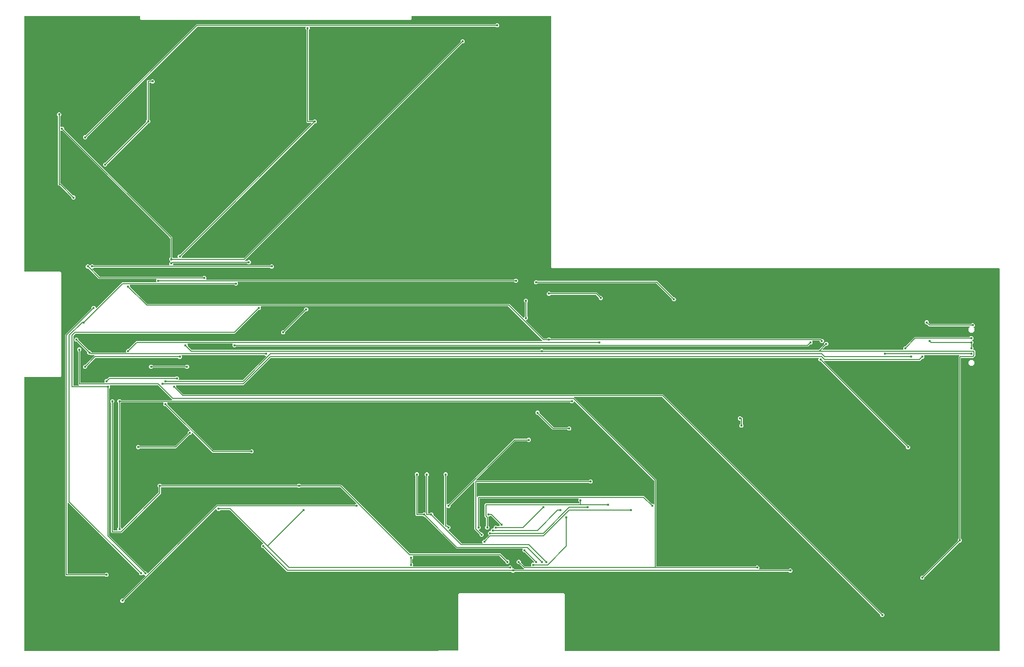
<source format=gbr>
G04 EAGLE Gerber RS-274X export*
G75*
%MOMM*%
%FSLAX34Y34*%
%LPD*%
%INBottom Copper*%
%IPPOS*%
%AMOC8*
5,1,8,0,0,1.08239X$1,22.5*%
G01*
G04 Define Apertures*
%ADD10C,0.150000*%
%ADD11C,0.452400*%
G36*
X721976Y2060D02*
X721678Y2000D01*
X2762Y2000D01*
X2487Y2051D01*
X2232Y2215D01*
X2060Y2465D01*
X2000Y2762D01*
X2000Y479076D01*
X2051Y479351D01*
X2215Y479606D01*
X2465Y479778D01*
X2762Y479838D01*
X64644Y479838D01*
X66262Y481456D01*
X66262Y661544D01*
X64644Y663162D01*
X2762Y663162D01*
X2487Y663213D01*
X2232Y663377D01*
X2060Y663627D01*
X2000Y663924D01*
X2000Y1108476D01*
X2051Y1108751D01*
X2215Y1109006D01*
X2465Y1109178D01*
X2762Y1109238D01*
X202565Y1109238D01*
X202840Y1109187D01*
X203095Y1109023D01*
X203267Y1108773D01*
X203327Y1108476D01*
X203327Y1103756D01*
X204945Y1102138D01*
X673949Y1102138D01*
X675567Y1103756D01*
X675567Y1108476D01*
X675618Y1108751D01*
X675782Y1109006D01*
X676032Y1109178D01*
X676329Y1109238D01*
X918476Y1109238D01*
X918751Y1109187D01*
X919006Y1109023D01*
X919178Y1108773D01*
X919238Y1108476D01*
X919238Y670856D01*
X920856Y669238D01*
X1698476Y669238D01*
X1698751Y669187D01*
X1699006Y669023D01*
X1699178Y668773D01*
X1699238Y668476D01*
X1699238Y2762D01*
X1699187Y2487D01*
X1699023Y2232D01*
X1698773Y2060D01*
X1698476Y2000D01*
X943324Y2000D01*
X943049Y2051D01*
X942794Y2215D01*
X942622Y2465D01*
X942562Y2762D01*
X942562Y101144D01*
X940944Y102762D01*
X758656Y102762D01*
X757038Y101144D01*
X757038Y3524D01*
X756987Y3249D01*
X756823Y2994D01*
X756573Y2822D01*
X756276Y2762D01*
X722756Y2762D01*
X722217Y2223D01*
X721976Y2060D01*
G37*
%LPC*%
G36*
X1493537Y61468D02*
X1496463Y61468D01*
X1498532Y63537D01*
X1498532Y66463D01*
X1496463Y68532D01*
X1494640Y68532D01*
X1494354Y68588D01*
X1494102Y68755D01*
X1113337Y449520D01*
X278652Y449520D01*
X278366Y449576D01*
X278114Y449743D01*
X266255Y461602D01*
X266092Y461843D01*
X266032Y462140D01*
X266032Y463963D01*
X265816Y464179D01*
X265663Y464399D01*
X265593Y464694D01*
X265644Y464993D01*
X265807Y465248D01*
X266057Y465420D01*
X266355Y465480D01*
X383337Y465480D01*
X430614Y512757D01*
X430855Y512920D01*
X431152Y512980D01*
X1383645Y512980D01*
X1383909Y512933D01*
X1384167Y512774D01*
X1384342Y512526D01*
X1384407Y512230D01*
X1384352Y511932D01*
X1384184Y511679D01*
X1383968Y511463D01*
X1383968Y508537D01*
X1386037Y506468D01*
X1387860Y506468D01*
X1388146Y506412D01*
X1388398Y506245D01*
X1536245Y358398D01*
X1536408Y358157D01*
X1536468Y357860D01*
X1536468Y356037D01*
X1538537Y353968D01*
X1541463Y353968D01*
X1543532Y356037D01*
X1543532Y358963D01*
X1541463Y361032D01*
X1539640Y361032D01*
X1539354Y361088D01*
X1539102Y361255D01*
X1393678Y506679D01*
X1393525Y506899D01*
X1393455Y507194D01*
X1393506Y507493D01*
X1393669Y507748D01*
X1393919Y507920D01*
X1394216Y507980D01*
X1560837Y507980D01*
X1564102Y511245D01*
X1564343Y511408D01*
X1564640Y511468D01*
X1566463Y511468D01*
X1568532Y513537D01*
X1568532Y516463D01*
X1568316Y516679D01*
X1568163Y516899D01*
X1568093Y517194D01*
X1568144Y517493D01*
X1568307Y517748D01*
X1568557Y517920D01*
X1568855Y517980D01*
X1628284Y517980D01*
X1628547Y517933D01*
X1628805Y517774D01*
X1628980Y517526D01*
X1629046Y517230D01*
X1628990Y516932D01*
X1628822Y516679D01*
X1627980Y515837D01*
X1627980Y198291D01*
X1627924Y198005D01*
X1627757Y197752D01*
X1626468Y196463D01*
X1626468Y194640D01*
X1626412Y194354D01*
X1626245Y194102D01*
X1565898Y133755D01*
X1565657Y133592D01*
X1565360Y133532D01*
X1563537Y133532D01*
X1561468Y131463D01*
X1561468Y128537D01*
X1563537Y126468D01*
X1566463Y126468D01*
X1568532Y128537D01*
X1568532Y130360D01*
X1568588Y130646D01*
X1568755Y130898D01*
X1629102Y191245D01*
X1629343Y191408D01*
X1629640Y191468D01*
X1631463Y191468D01*
X1633532Y193537D01*
X1633532Y196463D01*
X1632243Y197752D01*
X1632080Y197993D01*
X1632020Y198291D01*
X1632020Y512218D01*
X1632071Y512493D01*
X1632235Y512748D01*
X1632485Y512920D01*
X1632782Y512980D01*
X1653337Y512980D01*
X1657020Y516663D01*
X1657020Y525837D01*
X1655837Y527020D01*
X1653855Y527020D01*
X1653591Y527067D01*
X1653333Y527226D01*
X1653158Y527474D01*
X1653093Y527770D01*
X1653148Y528068D01*
X1653316Y528321D01*
X1653532Y528537D01*
X1653532Y531463D01*
X1652243Y532752D01*
X1652080Y532993D01*
X1652020Y533291D01*
X1652020Y536709D01*
X1652076Y536995D01*
X1652243Y537248D01*
X1653532Y538537D01*
X1653532Y541463D01*
X1651784Y543211D01*
X1651626Y543442D01*
X1651561Y543738D01*
X1651616Y544036D01*
X1651784Y544289D01*
X1653532Y546037D01*
X1653532Y548963D01*
X1651463Y551032D01*
X1648537Y551032D01*
X1647248Y549743D01*
X1647007Y549580D01*
X1646709Y549520D01*
X1551663Y549520D01*
X1535898Y533755D01*
X1535657Y533592D01*
X1535360Y533532D01*
X1533537Y533532D01*
X1531468Y531463D01*
X1531468Y528537D01*
X1531684Y528321D01*
X1531837Y528101D01*
X1531907Y527806D01*
X1531856Y527507D01*
X1531693Y527252D01*
X1531443Y527080D01*
X1531145Y527020D01*
X1391716Y527020D01*
X1391453Y527067D01*
X1391195Y527226D01*
X1391020Y527474D01*
X1390954Y527770D01*
X1391010Y528068D01*
X1391178Y528321D01*
X1396602Y533745D01*
X1396843Y533908D01*
X1397140Y533968D01*
X1398963Y533968D01*
X1401032Y536037D01*
X1401032Y538963D01*
X1398963Y541032D01*
X1396037Y541032D01*
X1393968Y538963D01*
X1393968Y537140D01*
X1393912Y536854D01*
X1393745Y536602D01*
X1384386Y527243D01*
X1384145Y527080D01*
X1383848Y527020D01*
X905791Y527020D01*
X905505Y527076D01*
X905252Y527243D01*
X903963Y528532D01*
X901037Y528532D01*
X899748Y527243D01*
X899507Y527080D01*
X899209Y527020D01*
X293652Y527020D01*
X293366Y527076D01*
X293114Y527243D01*
X286255Y534102D01*
X286092Y534343D01*
X286032Y534640D01*
X286032Y536463D01*
X285816Y536679D01*
X285663Y536899D01*
X285593Y537194D01*
X285644Y537493D01*
X285807Y537748D01*
X286057Y537920D01*
X286355Y537980D01*
X363645Y537980D01*
X363909Y537933D01*
X364167Y537774D01*
X364342Y537526D01*
X364407Y537230D01*
X364352Y536932D01*
X364184Y536679D01*
X363968Y536463D01*
X363968Y533537D01*
X366037Y531468D01*
X368963Y531468D01*
X370252Y532757D01*
X370493Y532920D01*
X370791Y532980D01*
X1365837Y532980D01*
X1369102Y536245D01*
X1369343Y536408D01*
X1369640Y536468D01*
X1371463Y536468D01*
X1373532Y538537D01*
X1373532Y541463D01*
X1373316Y541679D01*
X1373163Y541899D01*
X1373093Y542194D01*
X1373144Y542493D01*
X1373307Y542748D01*
X1373557Y542920D01*
X1373855Y542980D01*
X1385706Y542980D01*
X1385981Y542929D01*
X1386236Y542765D01*
X1386408Y542515D01*
X1386468Y542218D01*
X1386468Y541037D01*
X1388537Y538968D01*
X1391463Y538968D01*
X1393532Y541037D01*
X1393532Y543963D01*
X1391463Y546032D01*
X1389640Y546032D01*
X1389354Y546088D01*
X1389102Y546255D01*
X1388337Y547020D01*
X918291Y547020D01*
X918005Y547076D01*
X917752Y547243D01*
X916463Y548532D01*
X913537Y548532D01*
X912248Y547243D01*
X912007Y547080D01*
X911709Y547020D01*
X906152Y547020D01*
X905866Y547076D01*
X905614Y547243D01*
X875190Y577667D01*
X875037Y577887D01*
X874967Y578182D01*
X875018Y578481D01*
X875181Y578736D01*
X875431Y578908D01*
X875728Y578968D01*
X876463Y578968D01*
X878532Y581037D01*
X878532Y583963D01*
X877243Y585252D01*
X877080Y585493D01*
X877020Y585791D01*
X877020Y609209D01*
X877076Y609495D01*
X877243Y609748D01*
X878532Y611037D01*
X878532Y613963D01*
X876463Y616032D01*
X873537Y616032D01*
X871468Y613963D01*
X871468Y611037D01*
X872757Y609748D01*
X872920Y609507D01*
X872980Y609209D01*
X872980Y585791D01*
X872924Y585505D01*
X872757Y585252D01*
X871468Y583963D01*
X871468Y583228D01*
X871421Y582965D01*
X871262Y582707D01*
X871014Y582532D01*
X870718Y582466D01*
X870420Y582522D01*
X870167Y582690D01*
X845837Y607020D01*
X216152Y607020D01*
X215866Y607076D01*
X215614Y607243D01*
X186255Y636602D01*
X186092Y636843D01*
X186032Y637140D01*
X186032Y638963D01*
X185816Y639179D01*
X185663Y639399D01*
X185593Y639694D01*
X185644Y639993D01*
X185807Y640248D01*
X186057Y640420D01*
X186355Y640480D01*
X366709Y640480D01*
X366995Y640424D01*
X367248Y640257D01*
X368537Y638968D01*
X371463Y638968D01*
X373532Y641037D01*
X373532Y643963D01*
X373316Y644179D01*
X373163Y644399D01*
X373093Y644694D01*
X373144Y644993D01*
X373307Y645248D01*
X373557Y645420D01*
X373855Y645480D01*
X854209Y645480D01*
X854495Y645424D01*
X854748Y645257D01*
X856037Y643968D01*
X858963Y643968D01*
X861032Y646037D01*
X861032Y648963D01*
X858963Y651032D01*
X856037Y651032D01*
X854748Y649743D01*
X854507Y649580D01*
X854209Y649520D01*
X318855Y649520D01*
X318591Y649567D01*
X318333Y649726D01*
X318158Y649974D01*
X318093Y650270D01*
X318148Y650568D01*
X318316Y650821D01*
X318532Y651037D01*
X318532Y653963D01*
X316463Y656032D01*
X313537Y656032D01*
X312248Y654743D01*
X312007Y654580D01*
X311709Y654520D01*
X133652Y654520D01*
X133366Y654576D01*
X133114Y654743D01*
X120190Y667667D01*
X120037Y667887D01*
X119967Y668182D01*
X120018Y668481D01*
X120181Y668736D01*
X120431Y668908D01*
X120728Y668968D01*
X121463Y668968D01*
X122752Y670257D01*
X122993Y670420D01*
X123291Y670480D01*
X429209Y670480D01*
X429495Y670424D01*
X429748Y670257D01*
X431037Y668968D01*
X433963Y668968D01*
X436032Y671037D01*
X436032Y673963D01*
X433963Y676032D01*
X431037Y676032D01*
X429748Y674743D01*
X429507Y674580D01*
X429209Y674520D01*
X261355Y674520D01*
X261091Y674567D01*
X260833Y674726D01*
X260658Y674974D01*
X260593Y675270D01*
X260648Y675568D01*
X260816Y675821D01*
X261032Y676037D01*
X261032Y677218D01*
X261083Y677493D01*
X261247Y677748D01*
X261497Y677920D01*
X261794Y677980D01*
X389209Y677980D01*
X389495Y677924D01*
X389748Y677757D01*
X391037Y676468D01*
X393963Y676468D01*
X396032Y678537D01*
X396032Y681463D01*
X393963Y683532D01*
X391037Y683532D01*
X389748Y682243D01*
X389507Y682080D01*
X389209Y682020D01*
X386716Y682020D01*
X386453Y682067D01*
X386195Y682226D01*
X386020Y682474D01*
X385954Y682770D01*
X386010Y683068D01*
X386178Y683321D01*
X764102Y1061245D01*
X764343Y1061408D01*
X764640Y1061468D01*
X766463Y1061468D01*
X768532Y1063537D01*
X768532Y1066463D01*
X766463Y1068532D01*
X763537Y1068532D01*
X761468Y1066463D01*
X761468Y1064640D01*
X761412Y1064354D01*
X761245Y1064102D01*
X384386Y687243D01*
X384145Y687080D01*
X383848Y687020D01*
X276355Y687020D01*
X276091Y687067D01*
X275833Y687226D01*
X275658Y687474D01*
X275593Y687770D01*
X275648Y688068D01*
X275816Y688321D01*
X276032Y688537D01*
X276032Y690360D01*
X276088Y690646D01*
X276255Y690898D01*
X506602Y921245D01*
X506843Y921408D01*
X507140Y921468D01*
X508963Y921468D01*
X511032Y923537D01*
X511032Y926463D01*
X508963Y928532D01*
X506037Y928532D01*
X504748Y927243D01*
X504507Y927080D01*
X504209Y927020D01*
X497782Y927020D01*
X497507Y927071D01*
X497252Y927235D01*
X497080Y927485D01*
X497020Y927782D01*
X497020Y1084209D01*
X497076Y1084495D01*
X497243Y1084748D01*
X498532Y1086037D01*
X498532Y1088963D01*
X498316Y1089179D01*
X498163Y1089399D01*
X498093Y1089694D01*
X498144Y1089993D01*
X498307Y1090248D01*
X498557Y1090420D01*
X498855Y1090480D01*
X821709Y1090480D01*
X821995Y1090424D01*
X822248Y1090257D01*
X823537Y1088968D01*
X826463Y1088968D01*
X828532Y1091037D01*
X828532Y1093963D01*
X826463Y1096032D01*
X823537Y1096032D01*
X822248Y1094743D01*
X822007Y1094580D01*
X821709Y1094520D01*
X301663Y1094520D01*
X108398Y901255D01*
X108157Y901092D01*
X107860Y901032D01*
X106037Y901032D01*
X103968Y898963D01*
X103968Y896037D01*
X106037Y893968D01*
X108963Y893968D01*
X111032Y896037D01*
X111032Y897860D01*
X111088Y898146D01*
X111255Y898398D01*
X303114Y1090257D01*
X303355Y1090420D01*
X303652Y1090480D01*
X491145Y1090480D01*
X491409Y1090433D01*
X491667Y1090274D01*
X491842Y1090026D01*
X491907Y1089730D01*
X491852Y1089432D01*
X491684Y1089179D01*
X491468Y1088963D01*
X491468Y1086037D01*
X492757Y1084748D01*
X492920Y1084507D01*
X492980Y1084209D01*
X492980Y924163D01*
X494163Y922980D01*
X500784Y922980D01*
X501047Y922933D01*
X501305Y922774D01*
X501480Y922526D01*
X501546Y922230D01*
X501490Y921932D01*
X501322Y921679D01*
X273398Y693755D01*
X273157Y693592D01*
X272860Y693532D01*
X271037Y693532D01*
X268968Y691463D01*
X268968Y688537D01*
X269184Y688321D01*
X269337Y688101D01*
X269407Y687806D01*
X269356Y687507D01*
X269193Y687252D01*
X268943Y687080D01*
X268645Y687020D01*
X260791Y687020D01*
X260505Y687076D01*
X260252Y687243D01*
X259743Y687752D01*
X259580Y687993D01*
X259520Y688291D01*
X259520Y723337D01*
X71255Y911602D01*
X71092Y911843D01*
X71032Y912140D01*
X71032Y913963D01*
X68963Y916032D01*
X66037Y916032D01*
X65821Y915816D01*
X65601Y915663D01*
X65306Y915593D01*
X65007Y915644D01*
X64752Y915807D01*
X64580Y916057D01*
X64520Y916355D01*
X64520Y934209D01*
X64576Y934495D01*
X64743Y934748D01*
X66032Y936037D01*
X66032Y938963D01*
X63963Y941032D01*
X61037Y941032D01*
X58968Y938963D01*
X58968Y936037D01*
X60257Y934748D01*
X60420Y934507D01*
X60480Y934209D01*
X60480Y814163D01*
X61663Y812980D01*
X63848Y812980D01*
X64134Y812924D01*
X64386Y812757D01*
X83745Y793398D01*
X83908Y793157D01*
X83968Y792860D01*
X83968Y791037D01*
X86037Y788968D01*
X88963Y788968D01*
X91032Y791037D01*
X91032Y793963D01*
X88963Y796032D01*
X87140Y796032D01*
X86854Y796088D01*
X86602Y796255D01*
X65837Y817020D01*
X65282Y817020D01*
X65007Y817071D01*
X64752Y817235D01*
X64580Y817485D01*
X64520Y817782D01*
X64520Y908645D01*
X64567Y908909D01*
X64726Y909167D01*
X64974Y909342D01*
X65270Y909407D01*
X65568Y909352D01*
X65821Y909184D01*
X66037Y908968D01*
X67860Y908968D01*
X68146Y908912D01*
X68398Y908745D01*
X255257Y721886D01*
X255420Y721645D01*
X255480Y721348D01*
X255480Y688291D01*
X255424Y688005D01*
X255257Y687752D01*
X253968Y686463D01*
X253968Y683537D01*
X255716Y681789D01*
X255874Y681558D01*
X255939Y681262D01*
X255884Y680964D01*
X255716Y680711D01*
X253968Y678963D01*
X253968Y676037D01*
X254184Y675821D01*
X254337Y675601D01*
X254407Y675306D01*
X254356Y675007D01*
X254193Y674752D01*
X253943Y674580D01*
X253645Y674520D01*
X123291Y674520D01*
X123005Y674576D01*
X122752Y674743D01*
X121463Y676032D01*
X118537Y676032D01*
X116789Y674284D01*
X116558Y674126D01*
X116262Y674061D01*
X115964Y674116D01*
X115711Y674284D01*
X113963Y676032D01*
X111037Y676032D01*
X108968Y673963D01*
X108968Y671037D01*
X111037Y668968D01*
X112860Y668968D01*
X113146Y668912D01*
X113398Y668745D01*
X131663Y650480D01*
X231145Y650480D01*
X231409Y650433D01*
X231667Y650274D01*
X231842Y650026D01*
X231907Y649730D01*
X231852Y649432D01*
X231684Y649179D01*
X231468Y648963D01*
X231468Y646037D01*
X231684Y645821D01*
X231837Y645601D01*
X231907Y645306D01*
X231856Y645007D01*
X231693Y644752D01*
X231443Y644580D01*
X231145Y644520D01*
X171663Y644520D01*
X127333Y600190D01*
X127113Y600037D01*
X126818Y599967D01*
X126519Y600018D01*
X126264Y600181D01*
X126092Y600431D01*
X126032Y600728D01*
X126032Y601463D01*
X123963Y603532D01*
X121037Y603532D01*
X118968Y601463D01*
X118968Y599640D01*
X118912Y599354D01*
X118745Y599102D01*
X72980Y553337D01*
X72980Y134163D01*
X74163Y132980D01*
X141709Y132980D01*
X141995Y132924D01*
X142248Y132757D01*
X143537Y131468D01*
X146463Y131468D01*
X148532Y133537D01*
X148532Y136463D01*
X146463Y138532D01*
X143537Y138532D01*
X142248Y137243D01*
X142007Y137080D01*
X141709Y137020D01*
X77782Y137020D01*
X77507Y137071D01*
X77252Y137235D01*
X77080Y137485D01*
X77020Y137782D01*
X77020Y260784D01*
X77067Y261047D01*
X77226Y261305D01*
X77474Y261480D01*
X77770Y261546D01*
X78068Y261490D01*
X78321Y261322D01*
X201245Y138398D01*
X201408Y138157D01*
X201468Y137860D01*
X201468Y136037D01*
X203537Y133968D01*
X206463Y133968D01*
X208211Y135716D01*
X208442Y135874D01*
X208738Y135939D01*
X209036Y135884D01*
X209289Y135716D01*
X211037Y133968D01*
X211772Y133968D01*
X212035Y133921D01*
X212293Y133762D01*
X212468Y133514D01*
X212534Y133218D01*
X212478Y132920D01*
X212310Y132667D01*
X173398Y93755D01*
X173157Y93592D01*
X172860Y93532D01*
X171037Y93532D01*
X168968Y91463D01*
X168968Y88537D01*
X171037Y86468D01*
X173963Y86468D01*
X176032Y88537D01*
X176032Y90360D01*
X176088Y90646D01*
X176255Y90898D01*
X335167Y249810D01*
X335387Y249963D01*
X335682Y250033D01*
X335981Y249982D01*
X336236Y249819D01*
X336408Y249569D01*
X336468Y249272D01*
X336468Y248537D01*
X338537Y246468D01*
X341463Y246468D01*
X342752Y247757D01*
X342993Y247920D01*
X343291Y247980D01*
X358848Y247980D01*
X359134Y247924D01*
X359386Y247757D01*
X417310Y189833D01*
X417463Y189613D01*
X417533Y189318D01*
X417482Y189019D01*
X417319Y188764D01*
X417069Y188592D01*
X416772Y188532D01*
X416037Y188532D01*
X413968Y186463D01*
X413968Y183537D01*
X416037Y181468D01*
X417860Y181468D01*
X418146Y181412D01*
X418398Y181245D01*
X459163Y140480D01*
X849209Y140480D01*
X849495Y140424D01*
X849748Y140257D01*
X851037Y138968D01*
X853963Y138968D01*
X855252Y140257D01*
X855493Y140420D01*
X855791Y140480D01*
X1331709Y140480D01*
X1331995Y140424D01*
X1332248Y140257D01*
X1333537Y138968D01*
X1336463Y138968D01*
X1338532Y141037D01*
X1338532Y143963D01*
X1336463Y146032D01*
X1333537Y146032D01*
X1332248Y144743D01*
X1332007Y144580D01*
X1331709Y144520D01*
X1281355Y144520D01*
X1281091Y144567D01*
X1280833Y144726D01*
X1280658Y144974D01*
X1280593Y145270D01*
X1280648Y145568D01*
X1280816Y145821D01*
X1281032Y146037D01*
X1281032Y148963D01*
X1278963Y151032D01*
X1276037Y151032D01*
X1274748Y149743D01*
X1274507Y149580D01*
X1274209Y149520D01*
X1102782Y149520D01*
X1102507Y149571D01*
X1102252Y149735D01*
X1102080Y149985D01*
X1102020Y150282D01*
X1102020Y300837D01*
X958678Y444179D01*
X958525Y444399D01*
X958455Y444694D01*
X958506Y444993D01*
X958669Y445248D01*
X958919Y445420D01*
X959216Y445480D01*
X1111348Y445480D01*
X1111634Y445424D01*
X1111886Y445257D01*
X1491245Y65898D01*
X1491408Y65657D01*
X1491468Y65360D01*
X1491468Y63537D01*
X1493537Y61468D01*
G37*
G36*
X141037Y846468D02*
X143963Y846468D01*
X146032Y848537D01*
X146032Y850360D01*
X146088Y850646D01*
X146255Y850898D01*
X216602Y921245D01*
X216843Y921408D01*
X217140Y921468D01*
X218963Y921468D01*
X221032Y923537D01*
X221032Y926463D01*
X219743Y927752D01*
X219580Y927993D01*
X219520Y928291D01*
X219520Y992218D01*
X219571Y992493D01*
X219735Y992748D01*
X219985Y992920D01*
X220282Y992980D01*
X221709Y992980D01*
X221995Y992924D01*
X222248Y992757D01*
X223537Y991468D01*
X226463Y991468D01*
X228532Y993537D01*
X228532Y996463D01*
X226463Y998532D01*
X223537Y998532D01*
X222248Y997243D01*
X222007Y997080D01*
X221709Y997020D01*
X216663Y997020D01*
X215480Y995837D01*
X215480Y928291D01*
X215424Y928005D01*
X215257Y927752D01*
X213968Y926463D01*
X213968Y924640D01*
X213912Y924354D01*
X213745Y924102D01*
X143398Y853755D01*
X143157Y853592D01*
X142860Y853532D01*
X141037Y853532D01*
X138968Y851463D01*
X138968Y848537D01*
X141037Y846468D01*
G37*
G36*
X1131037Y611468D02*
X1133963Y611468D01*
X1136032Y613537D01*
X1136032Y616463D01*
X1133963Y618532D01*
X1132140Y618532D01*
X1131854Y618588D01*
X1131602Y618755D01*
X1103337Y647020D01*
X895791Y647020D01*
X895505Y647076D01*
X895252Y647243D01*
X893963Y648532D01*
X891037Y648532D01*
X888968Y646463D01*
X888968Y643537D01*
X891037Y641468D01*
X893963Y641468D01*
X895252Y642757D01*
X895493Y642920D01*
X895791Y642980D01*
X1101348Y642980D01*
X1101634Y642924D01*
X1101886Y642757D01*
X1128745Y615898D01*
X1128908Y615657D01*
X1128968Y615360D01*
X1128968Y613537D01*
X1131037Y611468D01*
G37*
G36*
X1003537Y613968D02*
X1006463Y613968D01*
X1008532Y616037D01*
X1008532Y618963D01*
X1006463Y621032D01*
X1004640Y621032D01*
X1004354Y621088D01*
X1004102Y621255D01*
X998337Y627020D01*
X918291Y627020D01*
X918005Y627076D01*
X917752Y627243D01*
X916463Y628532D01*
X913537Y628532D01*
X911468Y626463D01*
X911468Y623537D01*
X913537Y621468D01*
X916463Y621468D01*
X917752Y622757D01*
X917993Y622920D01*
X918291Y622980D01*
X996348Y622980D01*
X996634Y622924D01*
X996886Y622757D01*
X1001245Y618398D01*
X1001408Y618157D01*
X1001468Y617860D01*
X1001468Y616037D01*
X1003537Y613968D01*
G37*
G36*
X1648195Y557050D02*
X1652545Y557050D01*
X1655620Y560125D01*
X1655620Y564475D01*
X1654334Y565761D01*
X1654176Y565991D01*
X1654111Y566288D01*
X1654166Y566586D01*
X1654334Y566839D01*
X1656032Y568537D01*
X1656032Y571463D01*
X1653963Y573532D01*
X1651037Y573532D01*
X1649748Y572243D01*
X1649507Y572080D01*
X1649209Y572020D01*
X1578652Y572020D01*
X1578366Y572076D01*
X1578114Y572243D01*
X1576255Y574102D01*
X1576092Y574343D01*
X1576032Y574640D01*
X1576032Y576463D01*
X1573963Y578532D01*
X1571037Y578532D01*
X1568968Y576463D01*
X1568968Y573537D01*
X1571037Y571468D01*
X1572860Y571468D01*
X1573146Y571412D01*
X1573398Y571245D01*
X1576663Y567980D01*
X1646786Y567980D01*
X1647049Y567933D01*
X1647307Y567774D01*
X1647483Y567526D01*
X1647548Y567230D01*
X1647492Y566932D01*
X1647325Y566679D01*
X1645120Y564475D01*
X1645120Y560125D01*
X1648195Y557050D01*
G37*
G36*
X1648195Y499250D02*
X1652545Y499250D01*
X1655620Y502325D01*
X1655620Y506675D01*
X1652545Y509750D01*
X1648195Y509750D01*
X1645120Y506675D01*
X1645120Y502325D01*
X1648195Y499250D01*
G37*
G36*
X1248537Y391468D02*
X1251463Y391468D01*
X1253532Y393537D01*
X1253532Y396463D01*
X1252243Y397752D01*
X1252080Y397993D01*
X1252020Y398291D01*
X1252020Y408337D01*
X1250837Y409520D01*
X1250791Y409520D01*
X1250505Y409576D01*
X1250252Y409743D01*
X1248963Y411032D01*
X1246037Y411032D01*
X1243968Y408963D01*
X1243968Y406037D01*
X1246037Y403968D01*
X1247218Y403968D01*
X1247493Y403917D01*
X1247748Y403753D01*
X1247920Y403503D01*
X1247980Y403206D01*
X1247980Y398291D01*
X1247924Y398005D01*
X1247757Y397752D01*
X1246468Y396463D01*
X1246468Y393537D01*
X1248537Y391468D01*
G37*
%LPD*%
G36*
X96081Y464580D02*
X95784Y464520D01*
X87782Y464520D01*
X87507Y464571D01*
X87252Y464735D01*
X87080Y464985D01*
X87020Y465282D01*
X87020Y551348D01*
X87076Y551634D01*
X87243Y551886D01*
X90614Y555257D01*
X90855Y555420D01*
X91152Y555480D01*
X368337Y555480D01*
X409102Y596245D01*
X409343Y596408D01*
X409640Y596468D01*
X411463Y596468D01*
X413532Y598537D01*
X413532Y601463D01*
X413316Y601679D01*
X413163Y601899D01*
X413093Y602194D01*
X413144Y602493D01*
X413307Y602748D01*
X413557Y602920D01*
X413855Y602980D01*
X843848Y602980D01*
X844134Y602924D01*
X844386Y602757D01*
X903822Y543321D01*
X903975Y543101D01*
X904045Y542806D01*
X903994Y542507D01*
X903831Y542252D01*
X903581Y542080D01*
X903284Y542020D01*
X196663Y542020D01*
X183398Y528755D01*
X183157Y528592D01*
X182860Y528532D01*
X181037Y528532D01*
X178968Y526463D01*
X178968Y523537D01*
X179184Y523321D01*
X179337Y523101D01*
X179407Y522806D01*
X179356Y522507D01*
X179193Y522252D01*
X178943Y522080D01*
X178645Y522020D01*
X119294Y522020D01*
X119019Y522071D01*
X118764Y522235D01*
X118592Y522485D01*
X118532Y522782D01*
X118532Y523963D01*
X116463Y526032D01*
X114640Y526032D01*
X114354Y526088D01*
X114102Y526255D01*
X96255Y544102D01*
X96092Y544343D01*
X96032Y544640D01*
X96032Y546463D01*
X93963Y548532D01*
X91037Y548532D01*
X88968Y546463D01*
X88968Y543537D01*
X91037Y541468D01*
X92860Y541468D01*
X93146Y541412D01*
X93398Y541245D01*
X111245Y523398D01*
X111408Y523157D01*
X111468Y522860D01*
X111468Y521037D01*
X113537Y518968D01*
X115360Y518968D01*
X115646Y518912D01*
X115898Y518745D01*
X116663Y517980D01*
X123284Y517980D01*
X123547Y517933D01*
X123805Y517774D01*
X123980Y517526D01*
X124046Y517230D01*
X123990Y516932D01*
X123822Y516679D01*
X108398Y501255D01*
X108157Y501092D01*
X107860Y501032D01*
X106037Y501032D01*
X103968Y498963D01*
X103968Y496037D01*
X106037Y493968D01*
X108963Y493968D01*
X111032Y496037D01*
X111032Y497860D01*
X111088Y498146D01*
X111255Y498398D01*
X125614Y512757D01*
X125855Y512920D01*
X126152Y512980D01*
X269209Y512980D01*
X269495Y512924D01*
X269748Y512757D01*
X271037Y511468D01*
X273963Y511468D01*
X276032Y513537D01*
X276032Y516463D01*
X275816Y516679D01*
X275663Y516899D01*
X275593Y517194D01*
X275644Y517493D01*
X275807Y517748D01*
X276057Y517920D01*
X276355Y517980D01*
X419209Y517980D01*
X419495Y517924D01*
X419748Y517757D01*
X421037Y516468D01*
X421772Y516468D01*
X422035Y516421D01*
X422293Y516262D01*
X422468Y516014D01*
X422534Y515718D01*
X422478Y515420D01*
X422310Y515167D01*
X381886Y474743D01*
X381645Y474580D01*
X381348Y474520D01*
X271355Y474520D01*
X271091Y474567D01*
X270833Y474726D01*
X270658Y474974D01*
X270593Y475270D01*
X270648Y475568D01*
X270816Y475821D01*
X271032Y476037D01*
X271032Y478963D01*
X268963Y481032D01*
X266037Y481032D01*
X264748Y479743D01*
X264507Y479580D01*
X264209Y479520D01*
X149163Y479520D01*
X145898Y476255D01*
X145657Y476092D01*
X145360Y476032D01*
X143537Y476032D01*
X141468Y473963D01*
X141468Y471037D01*
X141684Y470821D01*
X141837Y470601D01*
X141907Y470306D01*
X141856Y470007D01*
X141693Y469752D01*
X141443Y469580D01*
X141145Y469520D01*
X100282Y469520D01*
X100007Y469571D01*
X99752Y469735D01*
X99580Y469985D01*
X99520Y470282D01*
X99520Y524209D01*
X99576Y524495D01*
X99743Y524748D01*
X101032Y526037D01*
X101032Y528963D01*
X98963Y531032D01*
X96037Y531032D01*
X93968Y528963D01*
X93968Y526037D01*
X95257Y524748D01*
X95420Y524507D01*
X95480Y524209D01*
X95480Y466663D01*
X96322Y465821D01*
X96475Y465601D01*
X96545Y465306D01*
X96494Y465007D01*
X96331Y464752D01*
X96081Y464580D01*
G37*
%LPC*%
G36*
X451037Y553968D02*
X453963Y553968D01*
X456032Y556037D01*
X456032Y557860D01*
X456088Y558146D01*
X456255Y558398D01*
X491602Y593745D01*
X491843Y593908D01*
X492140Y593968D01*
X493963Y593968D01*
X496032Y596037D01*
X496032Y598963D01*
X493963Y601032D01*
X491037Y601032D01*
X488968Y598963D01*
X488968Y597140D01*
X488912Y596854D01*
X488745Y596602D01*
X453398Y561255D01*
X453157Y561092D01*
X452860Y561032D01*
X451037Y561032D01*
X448968Y558963D01*
X448968Y556037D01*
X451037Y553968D01*
G37*
G36*
X221037Y493968D02*
X223963Y493968D01*
X225252Y495257D01*
X225493Y495420D01*
X225791Y495480D01*
X281709Y495480D01*
X281995Y495424D01*
X282248Y495257D01*
X283537Y493968D01*
X286463Y493968D01*
X288532Y496037D01*
X288532Y498963D01*
X286463Y501032D01*
X283537Y501032D01*
X282248Y499743D01*
X282007Y499580D01*
X281709Y499520D01*
X225791Y499520D01*
X225505Y499576D01*
X225252Y499743D01*
X223963Y501032D01*
X221037Y501032D01*
X218968Y498963D01*
X218968Y496037D01*
X221037Y493968D01*
G37*
%LPD*%
G36*
X217113Y137537D02*
X216818Y137467D01*
X216519Y137518D01*
X216264Y137681D01*
X216092Y137931D01*
X216032Y138228D01*
X216032Y138963D01*
X213963Y141032D01*
X212140Y141032D01*
X211854Y141088D01*
X211602Y141255D01*
X149743Y203114D01*
X149580Y203355D01*
X149520Y203652D01*
X149520Y459209D01*
X149576Y459495D01*
X149743Y459748D01*
X151032Y461037D01*
X151032Y463963D01*
X150816Y464179D01*
X150663Y464399D01*
X150593Y464694D01*
X150644Y464993D01*
X150807Y465248D01*
X151057Y465420D01*
X151355Y465480D01*
X233848Y465480D01*
X234134Y465424D01*
X234386Y465257D01*
X258822Y440821D01*
X258975Y440601D01*
X259045Y440306D01*
X258994Y440007D01*
X258831Y439752D01*
X258581Y439580D01*
X258284Y439520D01*
X170791Y439520D01*
X170505Y439576D01*
X170252Y439743D01*
X168963Y441032D01*
X166037Y441032D01*
X163968Y438963D01*
X163968Y436037D01*
X165257Y434748D01*
X165420Y434507D01*
X165480Y434209D01*
X165480Y218291D01*
X165424Y218005D01*
X165257Y217752D01*
X163968Y216463D01*
X163968Y213537D01*
X164184Y213321D01*
X164337Y213101D01*
X164407Y212806D01*
X164356Y212507D01*
X164193Y212252D01*
X163943Y212080D01*
X163645Y212020D01*
X157782Y212020D01*
X157507Y212071D01*
X157252Y212235D01*
X157080Y212485D01*
X157020Y212782D01*
X157020Y434209D01*
X157076Y434495D01*
X157243Y434748D01*
X158532Y436037D01*
X158532Y438963D01*
X156463Y441032D01*
X153537Y441032D01*
X151468Y438963D01*
X151468Y436037D01*
X152757Y434748D01*
X152920Y434507D01*
X152980Y434209D01*
X152980Y209163D01*
X154163Y207980D01*
X170837Y207980D01*
X239520Y276663D01*
X239520Y286709D01*
X239576Y286995D01*
X239743Y287248D01*
X240252Y287757D01*
X240493Y287920D01*
X240791Y287980D01*
X476709Y287980D01*
X476995Y287924D01*
X477248Y287757D01*
X478537Y286468D01*
X481463Y286468D01*
X482752Y287757D01*
X482993Y287920D01*
X483291Y287980D01*
X551348Y287980D01*
X551634Y287924D01*
X551886Y287757D01*
X579810Y259833D01*
X579963Y259613D01*
X580033Y259318D01*
X579982Y259019D01*
X579819Y258764D01*
X579569Y258592D01*
X579272Y258532D01*
X578537Y258532D01*
X577248Y257243D01*
X577007Y257080D01*
X576709Y257020D01*
X336663Y257020D01*
X217333Y137690D01*
X217113Y137537D01*
G37*
G36*
X871081Y144580D02*
X870784Y144520D01*
X855791Y144520D01*
X855505Y144576D01*
X855252Y144743D01*
X853963Y146032D01*
X851794Y146032D01*
X851519Y146083D01*
X851264Y146247D01*
X851092Y146497D01*
X851032Y146794D01*
X851032Y148963D01*
X848963Y151032D01*
X846037Y151032D01*
X844748Y149743D01*
X844507Y149580D01*
X844209Y149520D01*
X678855Y149520D01*
X678591Y149567D01*
X678333Y149726D01*
X678158Y149974D01*
X678093Y150270D01*
X678148Y150568D01*
X678316Y150821D01*
X678532Y151037D01*
X678532Y153963D01*
X677243Y155252D01*
X677080Y155493D01*
X677020Y155791D01*
X677020Y161709D01*
X677076Y161995D01*
X677243Y162248D01*
X678532Y163537D01*
X678532Y166463D01*
X678316Y166679D01*
X678163Y166899D01*
X678093Y167194D01*
X678144Y167493D01*
X678307Y167748D01*
X678557Y167920D01*
X678855Y167980D01*
X828848Y167980D01*
X829134Y167924D01*
X829386Y167757D01*
X838745Y158398D01*
X838908Y158157D01*
X838968Y157860D01*
X838968Y156037D01*
X841037Y153968D01*
X843963Y153968D01*
X846032Y156037D01*
X846032Y158963D01*
X843963Y161032D01*
X842140Y161032D01*
X841854Y161088D01*
X841602Y161255D01*
X830837Y172020D01*
X673652Y172020D01*
X673366Y172076D01*
X673114Y172243D01*
X553337Y292020D01*
X483291Y292020D01*
X483005Y292076D01*
X482752Y292243D01*
X481463Y293532D01*
X478537Y293532D01*
X477248Y292243D01*
X477007Y292080D01*
X476709Y292020D01*
X240791Y292020D01*
X240505Y292076D01*
X240252Y292243D01*
X238963Y293532D01*
X236037Y293532D01*
X233968Y291463D01*
X233968Y288537D01*
X235257Y287248D01*
X235420Y287007D01*
X235480Y286709D01*
X235480Y278652D01*
X235424Y278366D01*
X235257Y278114D01*
X172333Y215190D01*
X172113Y215037D01*
X171818Y214967D01*
X171519Y215018D01*
X171264Y215181D01*
X171092Y215431D01*
X171032Y215728D01*
X171032Y216463D01*
X169743Y217752D01*
X169580Y217993D01*
X169520Y218291D01*
X169520Y434209D01*
X169576Y434495D01*
X169743Y434748D01*
X170252Y435257D01*
X170493Y435420D01*
X170791Y435480D01*
X243645Y435480D01*
X243909Y435433D01*
X244167Y435274D01*
X244342Y435026D01*
X244407Y434730D01*
X244352Y434432D01*
X244184Y434179D01*
X243968Y433963D01*
X243968Y431037D01*
X246037Y428968D01*
X247860Y428968D01*
X248146Y428912D01*
X248398Y428745D01*
X289810Y387333D01*
X289963Y387113D01*
X290033Y386818D01*
X289982Y386519D01*
X289819Y386264D01*
X289569Y386092D01*
X289272Y386032D01*
X288537Y386032D01*
X286468Y383963D01*
X286468Y382140D01*
X286412Y381854D01*
X286245Y381602D01*
X264386Y359743D01*
X264145Y359580D01*
X263848Y359520D01*
X203291Y359520D01*
X203005Y359576D01*
X202752Y359743D01*
X201463Y361032D01*
X198537Y361032D01*
X196468Y358963D01*
X196468Y356037D01*
X198537Y353968D01*
X201463Y353968D01*
X202752Y355257D01*
X202993Y355420D01*
X203291Y355480D01*
X265837Y355480D01*
X289102Y378745D01*
X289343Y378908D01*
X289640Y378968D01*
X291463Y378968D01*
X293532Y381037D01*
X293532Y381772D01*
X293579Y382035D01*
X293738Y382293D01*
X293986Y382468D01*
X294282Y382534D01*
X294580Y382478D01*
X294833Y382310D01*
X329163Y347980D01*
X394209Y347980D01*
X394495Y347924D01*
X394748Y347757D01*
X396037Y346468D01*
X398963Y346468D01*
X401032Y348537D01*
X401032Y351463D01*
X398963Y353532D01*
X396037Y353532D01*
X394748Y352243D01*
X394507Y352080D01*
X394209Y352020D01*
X331152Y352020D01*
X330866Y352076D01*
X330614Y352243D01*
X251255Y431602D01*
X251092Y431843D01*
X251032Y432140D01*
X251032Y433963D01*
X250816Y434179D01*
X250663Y434399D01*
X250593Y434694D01*
X250644Y434993D01*
X250807Y435248D01*
X251057Y435420D01*
X251355Y435480D01*
X951709Y435480D01*
X951995Y435424D01*
X952248Y435257D01*
X953537Y433968D01*
X956463Y433968D01*
X958532Y436037D01*
X958532Y436772D01*
X958579Y437035D01*
X958738Y437293D01*
X958986Y437468D01*
X959282Y437534D01*
X959580Y437478D01*
X959833Y437310D01*
X1097757Y299386D01*
X1097920Y299145D01*
X1097980Y298848D01*
X1097980Y258855D01*
X1097933Y258591D01*
X1097774Y258333D01*
X1097526Y258158D01*
X1097230Y258093D01*
X1096932Y258148D01*
X1096679Y258316D01*
X1096463Y258532D01*
X1094640Y258532D01*
X1094354Y258588D01*
X1094102Y258755D01*
X1080837Y272020D01*
X791663Y272020D01*
X790821Y271178D01*
X790601Y271025D01*
X790306Y270955D01*
X790007Y271006D01*
X789752Y271169D01*
X789580Y271419D01*
X789520Y271716D01*
X789520Y294718D01*
X789571Y294993D01*
X789735Y295248D01*
X789985Y295420D01*
X790282Y295480D01*
X984209Y295480D01*
X984495Y295424D01*
X984748Y295257D01*
X986037Y293968D01*
X988963Y293968D01*
X991032Y296037D01*
X991032Y298963D01*
X988963Y301032D01*
X986037Y301032D01*
X984748Y299743D01*
X984507Y299580D01*
X984209Y299520D01*
X789216Y299520D01*
X788953Y299567D01*
X788695Y299726D01*
X788520Y299974D01*
X788454Y300270D01*
X788510Y300568D01*
X788678Y300821D01*
X855614Y367757D01*
X855855Y367920D01*
X856152Y367980D01*
X876709Y367980D01*
X876995Y367924D01*
X877248Y367757D01*
X878537Y366468D01*
X881463Y366468D01*
X883532Y368537D01*
X883532Y371463D01*
X881463Y373532D01*
X878537Y373532D01*
X877248Y372243D01*
X877007Y372080D01*
X876709Y372020D01*
X854163Y372020D01*
X740898Y258755D01*
X740657Y258592D01*
X740360Y258532D01*
X738537Y258532D01*
X738321Y258316D01*
X738101Y258163D01*
X737806Y258093D01*
X737507Y258144D01*
X737252Y258307D01*
X737080Y258557D01*
X737020Y258855D01*
X737020Y306709D01*
X737076Y306995D01*
X737243Y307248D01*
X738532Y308537D01*
X738532Y311463D01*
X736463Y313532D01*
X733537Y313532D01*
X731468Y311463D01*
X731468Y308537D01*
X732757Y307248D01*
X732920Y307007D01*
X732980Y306709D01*
X732980Y221716D01*
X732933Y221453D01*
X732774Y221195D01*
X732526Y221020D01*
X732230Y220954D01*
X731932Y221010D01*
X731679Y221178D01*
X713755Y239102D01*
X713592Y239343D01*
X713532Y239640D01*
X713532Y241463D01*
X711463Y243532D01*
X708537Y243532D01*
X707248Y242243D01*
X707007Y242080D01*
X706709Y242020D01*
X705282Y242020D01*
X705007Y242071D01*
X704752Y242235D01*
X704580Y242485D01*
X704520Y242782D01*
X704520Y306709D01*
X704576Y306995D01*
X704743Y307248D01*
X706032Y308537D01*
X706032Y311463D01*
X703963Y313532D01*
X701037Y313532D01*
X698968Y311463D01*
X698968Y308537D01*
X700257Y307248D01*
X700420Y307007D01*
X700480Y306709D01*
X700480Y243855D01*
X700433Y243591D01*
X700274Y243333D01*
X700026Y243158D01*
X699730Y243093D01*
X699432Y243148D01*
X699179Y243316D01*
X698963Y243532D01*
X696037Y243532D01*
X694748Y242243D01*
X694507Y242080D01*
X694209Y242020D01*
X687782Y242020D01*
X687507Y242071D01*
X687252Y242235D01*
X687080Y242485D01*
X687020Y242782D01*
X687020Y306709D01*
X687076Y306995D01*
X687243Y307248D01*
X688532Y308537D01*
X688532Y311463D01*
X686463Y313532D01*
X683537Y313532D01*
X681468Y311463D01*
X681468Y308537D01*
X682757Y307248D01*
X682920Y307007D01*
X682980Y306709D01*
X682980Y239163D01*
X684163Y237980D01*
X694209Y237980D01*
X694495Y237924D01*
X694748Y237757D01*
X696037Y236468D01*
X697860Y236468D01*
X698146Y236412D01*
X698398Y236245D01*
X754163Y180480D01*
X868645Y180480D01*
X868909Y180433D01*
X869167Y180274D01*
X869342Y180026D01*
X869407Y179730D01*
X869352Y179432D01*
X869184Y179179D01*
X868968Y178963D01*
X868968Y176037D01*
X871037Y173968D01*
X872860Y173968D01*
X873146Y173912D01*
X873398Y173745D01*
X888745Y158398D01*
X888908Y158157D01*
X888968Y157860D01*
X888968Y156794D01*
X888917Y156519D01*
X888753Y156264D01*
X888503Y156092D01*
X888206Y156032D01*
X886037Y156032D01*
X883968Y153963D01*
X883968Y151037D01*
X884184Y150821D01*
X884337Y150601D01*
X884407Y150306D01*
X884356Y150007D01*
X884193Y149752D01*
X883943Y149580D01*
X883645Y149520D01*
X873652Y149520D01*
X873366Y149576D01*
X873114Y149743D01*
X866255Y156602D01*
X866092Y156843D01*
X866032Y157140D01*
X866032Y158963D01*
X863963Y161032D01*
X861037Y161032D01*
X858968Y158963D01*
X858968Y156037D01*
X861037Y153968D01*
X862860Y153968D01*
X863146Y153912D01*
X863398Y153745D01*
X871322Y145821D01*
X871475Y145601D01*
X871545Y145306D01*
X871494Y145007D01*
X871331Y144752D01*
X871081Y144580D01*
G37*
%LPC*%
G36*
X948537Y386468D02*
X951463Y386468D01*
X953532Y388537D01*
X953532Y391463D01*
X951463Y393532D01*
X948537Y393532D01*
X947248Y392243D01*
X947007Y392080D01*
X946709Y392020D01*
X923652Y392020D01*
X923366Y392076D01*
X923114Y392243D01*
X898755Y416602D01*
X898592Y416843D01*
X898532Y417140D01*
X898532Y418963D01*
X896463Y421032D01*
X893537Y421032D01*
X891468Y418963D01*
X891468Y416037D01*
X893537Y413968D01*
X895360Y413968D01*
X895646Y413912D01*
X895898Y413745D01*
X921663Y387980D01*
X946709Y387980D01*
X946995Y387924D01*
X947248Y387757D01*
X948537Y386468D01*
G37*
%LPD*%
G36*
X798943Y189580D02*
X798645Y189520D01*
X763652Y189520D01*
X763366Y189576D01*
X763114Y189743D01*
X740190Y212667D01*
X740037Y212887D01*
X739967Y213182D01*
X740018Y213481D01*
X740181Y213736D01*
X740431Y213908D01*
X740728Y213968D01*
X741463Y213968D01*
X743532Y216037D01*
X743532Y218963D01*
X741463Y221032D01*
X739640Y221032D01*
X739354Y221088D01*
X739102Y221255D01*
X738337Y222020D01*
X737782Y222020D01*
X737507Y222071D01*
X737252Y222235D01*
X737080Y222485D01*
X737020Y222782D01*
X737020Y251145D01*
X737067Y251409D01*
X737226Y251667D01*
X737474Y251842D01*
X737770Y251907D01*
X738068Y251852D01*
X738321Y251684D01*
X738537Y251468D01*
X741463Y251468D01*
X743532Y253537D01*
X743532Y255360D01*
X743588Y255646D01*
X743755Y255898D01*
X784179Y296322D01*
X784399Y296475D01*
X784694Y296545D01*
X784993Y296494D01*
X785248Y296331D01*
X785420Y296081D01*
X785480Y295784D01*
X785480Y214163D01*
X793745Y205898D01*
X793908Y205657D01*
X793968Y205360D01*
X793968Y203537D01*
X796037Y201468D01*
X798963Y201468D01*
X801032Y203537D01*
X801032Y206463D01*
X798963Y208532D01*
X797140Y208532D01*
X796854Y208588D01*
X796602Y208755D01*
X792690Y212667D01*
X792537Y212887D01*
X792467Y213182D01*
X792518Y213481D01*
X792681Y213736D01*
X792931Y213908D01*
X793228Y213968D01*
X793963Y213968D01*
X796032Y216037D01*
X796032Y218963D01*
X794743Y220252D01*
X794580Y220493D01*
X794520Y220791D01*
X794520Y267218D01*
X794571Y267493D01*
X794735Y267748D01*
X794985Y267920D01*
X795282Y267980D01*
X966145Y267980D01*
X966409Y267933D01*
X966667Y267774D01*
X966842Y267526D01*
X966907Y267230D01*
X966852Y266932D01*
X966684Y266679D01*
X966468Y266463D01*
X966468Y263537D01*
X967757Y262248D01*
X967920Y262007D01*
X967980Y261709D01*
X967980Y260282D01*
X967929Y260007D01*
X967765Y259752D01*
X967515Y259580D01*
X967218Y259520D01*
X804163Y259520D01*
X802980Y258337D01*
X802980Y236663D01*
X805257Y234386D01*
X805420Y234145D01*
X805480Y233848D01*
X805480Y220791D01*
X805424Y220505D01*
X805257Y220252D01*
X803968Y218963D01*
X803968Y216037D01*
X806037Y213968D01*
X808963Y213968D01*
X811032Y216037D01*
X811032Y218963D01*
X809743Y220252D01*
X809580Y220493D01*
X809520Y220791D01*
X809520Y235706D01*
X809571Y235981D01*
X809735Y236236D01*
X809985Y236408D01*
X810282Y236468D01*
X811463Y236468D01*
X812752Y237757D01*
X812993Y237920D01*
X813291Y237980D01*
X813848Y237980D01*
X814134Y237924D01*
X814386Y237757D01*
X828745Y223398D01*
X828908Y223157D01*
X828968Y222860D01*
X828968Y221037D01*
X829184Y220821D01*
X829337Y220601D01*
X829407Y220306D01*
X829356Y220007D01*
X829193Y219752D01*
X828943Y219580D01*
X828645Y219520D01*
X825791Y219520D01*
X825505Y219576D01*
X825252Y219743D01*
X823963Y221032D01*
X821037Y221032D01*
X818968Y218963D01*
X818968Y216794D01*
X818917Y216519D01*
X818753Y216264D01*
X818503Y216092D01*
X818206Y216032D01*
X816037Y216032D01*
X813968Y213963D01*
X813968Y211794D01*
X813917Y211519D01*
X813753Y211264D01*
X813503Y211092D01*
X813206Y211032D01*
X811037Y211032D01*
X808968Y208963D01*
X808968Y206037D01*
X810535Y204470D01*
X810693Y204239D01*
X810758Y203943D01*
X810703Y203645D01*
X810535Y203392D01*
X803398Y196255D01*
X803157Y196092D01*
X802860Y196032D01*
X801037Y196032D01*
X798968Y193963D01*
X798968Y191037D01*
X799184Y190821D01*
X799337Y190601D01*
X799407Y190306D01*
X799356Y190007D01*
X799193Y189752D01*
X798943Y189580D01*
G37*
D10*
X282500Y285000D02*
X247500Y285000D01*
X370000Y545000D02*
X375000Y550000D01*
X385000Y550000D01*
X130000Y545000D02*
X117500Y532500D01*
X155000Y545000D02*
X370000Y545000D01*
X155000Y545000D02*
X130000Y545000D01*
X112500Y532500D02*
X92500Y552500D01*
X112500Y532500D02*
X117500Y532500D01*
X140000Y857500D02*
X140000Y912500D01*
X205000Y845000D02*
X215000Y855000D01*
X205000Y845000D02*
X140000Y845000D01*
X137500Y847500D01*
X137500Y857500D01*
X140000Y857500D01*
X230000Y855000D02*
X230000Y1000000D01*
X230000Y855000D02*
X215000Y855000D01*
X1500000Y580000D02*
X1500000Y567500D01*
X1550000Y567500D02*
X1552500Y565000D01*
X1560000Y557500D01*
X1550000Y567500D02*
X1500000Y567500D01*
X1480000Y567500D02*
X1462500Y550000D01*
X1452500Y540000D01*
X1480000Y567500D02*
X1500000Y567500D01*
X1342500Y550000D02*
X1330000Y562500D01*
X1342500Y550000D02*
X1462500Y550000D01*
X1552500Y565000D02*
X1572500Y585000D01*
X1577500Y585000D01*
X862500Y167500D02*
X855000Y175000D01*
X862500Y167500D02*
X872500Y157500D01*
X855000Y175000D02*
X827500Y175000D01*
X847500Y152500D02*
X862500Y167500D01*
X847500Y152500D02*
X795000Y152500D01*
X867500Y262500D02*
X905000Y262500D01*
X1240000Y390000D02*
X1240000Y407500D01*
X800000Y262500D02*
X800000Y222500D01*
X800000Y262500D02*
X867500Y262500D01*
X1257500Y390000D02*
X1257500Y437500D01*
X1257500Y390000D02*
X1240000Y390000D01*
X247500Y285000D02*
X247500Y170000D01*
X245000Y170000D01*
X225000Y150000D01*
D11*
X247500Y285000D03*
X282500Y285000D03*
X370000Y545000D03*
X385000Y550000D03*
X117500Y532500D03*
X155000Y545000D03*
X92500Y552500D03*
X140000Y912500D03*
X140000Y857500D03*
X215000Y855000D03*
X230000Y1000000D03*
X1500000Y580000D03*
X1500000Y567500D03*
X1560000Y557500D03*
X1452500Y540000D03*
X1330000Y562500D03*
X1577500Y585000D03*
X872500Y157500D03*
X827500Y175000D03*
X795000Y152500D03*
X867500Y262500D03*
X905000Y262500D03*
X1240000Y407500D03*
X1240000Y390000D03*
X800000Y222500D03*
X1257500Y437500D03*
X225000Y150000D03*
D10*
X1500000Y520000D02*
X1650000Y520000D01*
D11*
X1500000Y520000D03*
X1650000Y520000D03*
D10*
X1650000Y530000D02*
X1650000Y540000D01*
X1580000Y540000D02*
X1577500Y542500D01*
X1580000Y540000D02*
X1650000Y540000D01*
D11*
X1650000Y530000D03*
X1650000Y540000D03*
X1577500Y542500D03*
D10*
X1577500Y570000D02*
X1572500Y575000D01*
X1577500Y570000D02*
X1652500Y570000D01*
D11*
X1572500Y575000D03*
X1652500Y570000D03*
D10*
X1552500Y547500D02*
X1535000Y530000D01*
X1552500Y547500D02*
X1650000Y547500D01*
D11*
X1535000Y530000D03*
X1650000Y547500D03*
D10*
X1565000Y515000D02*
X1560000Y510000D01*
X1395000Y510000D01*
X1390000Y515000D01*
X430000Y515000D01*
X382500Y467500D01*
X242500Y467500D01*
D11*
X1565000Y515000D03*
X242500Y467500D03*
D10*
X1395000Y515000D02*
X1545000Y515000D01*
X1395000Y515000D02*
X1390000Y520000D01*
X430000Y520000D01*
X382500Y472500D01*
X247500Y472500D01*
D11*
X1545000Y515000D03*
X247500Y472500D03*
D10*
X337500Y255000D02*
X172500Y90000D01*
X337500Y255000D02*
X580000Y255000D01*
D11*
X172500Y90000D03*
X580000Y255000D03*
D10*
X1250000Y395000D02*
X1250000Y407500D01*
X1247500Y407500D01*
D11*
X1250000Y395000D03*
X1247500Y407500D03*
D10*
X115000Y522500D02*
X92500Y545000D01*
X117500Y520000D02*
X422500Y520000D01*
X117500Y520000D02*
X115000Y522500D01*
D11*
X115000Y522500D03*
X92500Y545000D03*
X422500Y520000D03*
D10*
X107500Y897500D02*
X302500Y1092500D01*
X825000Y1092500D01*
X830000Y170000D02*
X842500Y157500D01*
X830000Y170000D02*
X672500Y170000D01*
X552500Y290000D01*
X480000Y290000D02*
X237500Y290000D01*
X480000Y290000D02*
X552500Y290000D01*
X155000Y210000D02*
X155000Y437500D01*
X155000Y210000D02*
X170000Y210000D01*
X237500Y277500D01*
X237500Y290000D01*
X452500Y557500D02*
X492500Y597500D01*
D11*
X107500Y897500D03*
X825000Y1092500D03*
X842500Y157500D03*
X237500Y290000D03*
X480000Y290000D03*
X155000Y437500D03*
X492500Y597500D03*
X452500Y557500D03*
D10*
X462500Y147500D02*
X847500Y147500D01*
X425000Y185000D02*
X360000Y250000D01*
X425000Y185000D02*
X462500Y147500D01*
X360000Y250000D02*
X340000Y250000D01*
X425000Y185000D02*
X487500Y247500D01*
X150000Y477500D02*
X145000Y472500D01*
X150000Y477500D02*
X267500Y477500D01*
X257500Y722500D02*
X67500Y912500D01*
X257500Y722500D02*
X257500Y685000D01*
X385000Y685000D02*
X765000Y1065000D01*
X385000Y685000D02*
X257500Y685000D01*
D11*
X847500Y147500D03*
X340000Y250000D03*
X487500Y247500D03*
X145000Y472500D03*
X267500Y477500D03*
X67500Y912500D03*
X257500Y685000D03*
X765000Y1065000D03*
D10*
X62500Y937500D02*
X62500Y815000D01*
X65000Y815000D01*
X87500Y792500D01*
X290000Y382500D02*
X265000Y357500D01*
X200000Y357500D01*
X1365000Y535000D02*
X1370000Y540000D01*
X1365000Y535000D02*
X367500Y535000D01*
X132500Y652500D02*
X112500Y672500D01*
X132500Y652500D02*
X315000Y652500D01*
D11*
X62500Y937500D03*
X87500Y792500D03*
X290000Y382500D03*
X200000Y357500D03*
X1370000Y540000D03*
X367500Y535000D03*
X112500Y672500D03*
X315000Y652500D03*
D10*
X675000Y165000D02*
X675000Y152500D01*
X735000Y220000D02*
X735000Y310000D01*
X735000Y220000D02*
X737500Y220000D01*
X740000Y217500D01*
D11*
X675000Y152500D03*
X675000Y165000D03*
X735000Y310000D03*
X740000Y217500D03*
D10*
X740000Y255000D02*
X855000Y370000D01*
X880000Y370000D01*
D11*
X740000Y255000D03*
X880000Y370000D03*
D10*
X922500Y390000D02*
X895000Y417500D01*
X922500Y390000D02*
X950000Y390000D01*
D11*
X895000Y417500D03*
X950000Y390000D03*
D10*
X807500Y235000D02*
X807500Y217500D01*
X807500Y235000D02*
X805000Y237500D01*
X805000Y257500D01*
X970000Y257500D02*
X1017500Y257500D01*
X970000Y257500D02*
X805000Y257500D01*
X970000Y257500D02*
X970000Y265000D01*
D11*
X807500Y217500D03*
X1017500Y257500D03*
X970000Y265000D03*
D10*
X797500Y205000D02*
X787500Y215000D01*
X787500Y297500D01*
X987500Y297500D01*
D11*
X797500Y205000D03*
X987500Y297500D03*
D10*
X877500Y182500D02*
X902500Y157500D01*
X877500Y182500D02*
X755000Y182500D01*
X697500Y240000D01*
X685000Y240000D02*
X685000Y310000D01*
X685000Y240000D02*
X697500Y240000D01*
D11*
X902500Y157500D03*
X697500Y240000D03*
X685000Y310000D03*
D10*
X880000Y187500D02*
X910000Y157500D01*
X880000Y187500D02*
X762500Y187500D01*
X710000Y240000D01*
X702500Y240000D02*
X702500Y310000D01*
X702500Y240000D02*
X710000Y240000D01*
D11*
X910000Y157500D03*
X710000Y240000D03*
X702500Y310000D03*
D10*
X330000Y350000D02*
X247500Y432500D01*
X330000Y350000D02*
X397500Y350000D01*
X852500Y142500D02*
X1335000Y142500D01*
X460000Y142500D02*
X417500Y185000D01*
X460000Y142500D02*
X852500Y142500D01*
D11*
X247500Y432500D03*
X397500Y350000D03*
X852500Y142500D03*
X1335000Y142500D03*
X417500Y185000D03*
D10*
X285000Y497500D02*
X222500Y497500D01*
D11*
X222500Y497500D03*
X285000Y497500D03*
D10*
X217500Y925000D02*
X217500Y995000D01*
X225000Y995000D01*
X217500Y925000D02*
X142500Y850000D01*
D11*
X217500Y925000D03*
X225000Y995000D03*
X142500Y850000D03*
D10*
X120000Y672500D02*
X432500Y672500D01*
D11*
X120000Y672500D03*
X432500Y672500D03*
D10*
X122500Y600000D02*
X75000Y552500D01*
X75000Y135000D01*
X145000Y135000D01*
D11*
X122500Y600000D03*
X145000Y135000D03*
D10*
X235000Y647500D02*
X857500Y647500D01*
D11*
X235000Y647500D03*
X857500Y647500D03*
D10*
X277500Y447500D02*
X262500Y462500D01*
X277500Y447500D02*
X1112500Y447500D01*
X1495000Y65000D01*
D11*
X262500Y462500D03*
X1495000Y65000D03*
D10*
X1565000Y130000D02*
X1630000Y195000D01*
X1385000Y525000D02*
X1397500Y537500D01*
X1385000Y525000D02*
X902500Y525000D01*
X292500Y525000D02*
X282500Y535000D01*
X292500Y525000D02*
X902500Y525000D01*
X1630000Y515000D02*
X1630000Y195000D01*
X1630000Y515000D02*
X1652500Y515000D01*
X1655000Y517500D01*
X1655000Y525000D01*
X1385000Y525000D01*
D11*
X1630000Y195000D03*
X1565000Y130000D03*
X1397500Y537500D03*
X902500Y525000D03*
X282500Y535000D03*
D10*
X1387500Y545000D02*
X1390000Y542500D01*
X1387500Y545000D02*
X915000Y545000D01*
X215000Y605000D02*
X182500Y637500D01*
X215000Y605000D02*
X845000Y605000D01*
X905000Y545000D01*
X915000Y545000D01*
X1387500Y510000D02*
X1540000Y357500D01*
D11*
X1390000Y542500D03*
X915000Y545000D03*
X182500Y637500D03*
X1540000Y357500D03*
X1387500Y510000D03*
D10*
X872500Y147500D02*
X862500Y157500D01*
X1100000Y147500D02*
X1277500Y147500D01*
X1100000Y147500D02*
X872500Y147500D01*
X97500Y467500D02*
X97500Y527500D01*
X97500Y467500D02*
X235000Y467500D01*
X260000Y442500D01*
X957500Y442500D01*
X1100000Y300000D01*
X1100000Y147500D01*
D11*
X862500Y157500D03*
X1277500Y147500D03*
X97500Y527500D03*
D10*
X125000Y515000D02*
X107500Y497500D01*
X125000Y515000D02*
X272500Y515000D01*
X272500Y690000D02*
X507500Y925000D01*
X495000Y925000D02*
X495000Y1087500D01*
X495000Y925000D02*
X507500Y925000D01*
D11*
X107500Y497500D03*
X272500Y515000D03*
X272500Y690000D03*
X507500Y925000D03*
X495000Y1087500D03*
D10*
X1102500Y645000D02*
X1132500Y615000D01*
X1102500Y645000D02*
X892500Y645000D01*
X167500Y437500D02*
X167500Y215000D01*
X167500Y437500D02*
X955000Y437500D01*
D11*
X1132500Y615000D03*
X892500Y645000D03*
X167500Y437500D03*
X167500Y215000D03*
X955000Y437500D03*
D10*
X1005000Y617500D02*
X997500Y625000D01*
X915000Y625000D01*
X197500Y540000D02*
X182500Y525000D01*
X197500Y540000D02*
X1002500Y540000D01*
D11*
X1005000Y617500D03*
X915000Y625000D03*
X182500Y525000D03*
X1002500Y540000D03*
D10*
X205000Y137500D02*
X80000Y262500D01*
X80000Y552500D01*
X102500Y575000D01*
X105000Y575000D01*
X172500Y642500D02*
X370000Y642500D01*
X172500Y642500D02*
X105000Y575000D01*
D11*
X205000Y137500D03*
X105000Y575000D03*
X370000Y642500D03*
D10*
X147500Y202500D02*
X212500Y137500D01*
X147500Y202500D02*
X147500Y462500D01*
X367500Y557500D02*
X410000Y600000D01*
X367500Y557500D02*
X90000Y557500D01*
X85000Y552500D01*
X85000Y462500D01*
X147500Y462500D01*
D11*
X212500Y137500D03*
X147500Y462500D03*
X410000Y600000D03*
D10*
X260000Y680000D02*
X257500Y677500D01*
X260000Y680000D02*
X392500Y680000D01*
D11*
X257500Y677500D03*
X392500Y680000D03*
D10*
X875000Y612500D02*
X875000Y582500D01*
D11*
X875000Y612500D03*
X875000Y582500D03*
D10*
X792500Y270000D02*
X792500Y217500D01*
X792500Y270000D02*
X1080000Y270000D01*
X1095000Y255000D01*
D11*
X792500Y217500D03*
X1095000Y255000D03*
D10*
X812500Y202500D02*
X802500Y192500D01*
X812500Y202500D02*
X905000Y202500D01*
X950000Y247500D01*
X1057500Y247500D01*
D11*
X802500Y192500D03*
X1057500Y247500D03*
D10*
X905000Y207500D02*
X812500Y207500D01*
X905000Y207500D02*
X950000Y252500D01*
X982500Y252500D01*
D11*
X812500Y207500D03*
X982500Y252500D03*
D10*
X895000Y212500D02*
X817500Y212500D01*
X895000Y212500D02*
X930000Y247500D01*
X935000Y247500D01*
D11*
X817500Y212500D03*
X935000Y247500D03*
D10*
X870000Y217500D02*
X822500Y217500D01*
X870000Y217500D02*
X905000Y252500D01*
D11*
X822500Y217500D03*
X905000Y252500D03*
D10*
X912500Y152500D02*
X887500Y152500D01*
X912500Y152500D02*
X945000Y185000D01*
X945000Y235000D01*
D11*
X887500Y152500D03*
X945000Y235000D03*
D10*
X872500Y177500D02*
X892500Y157500D01*
X832500Y222500D02*
X815000Y240000D01*
X810000Y240000D01*
D11*
X892500Y157500D03*
X872500Y177500D03*
X832500Y222500D03*
X810000Y240000D03*
M02*

</source>
